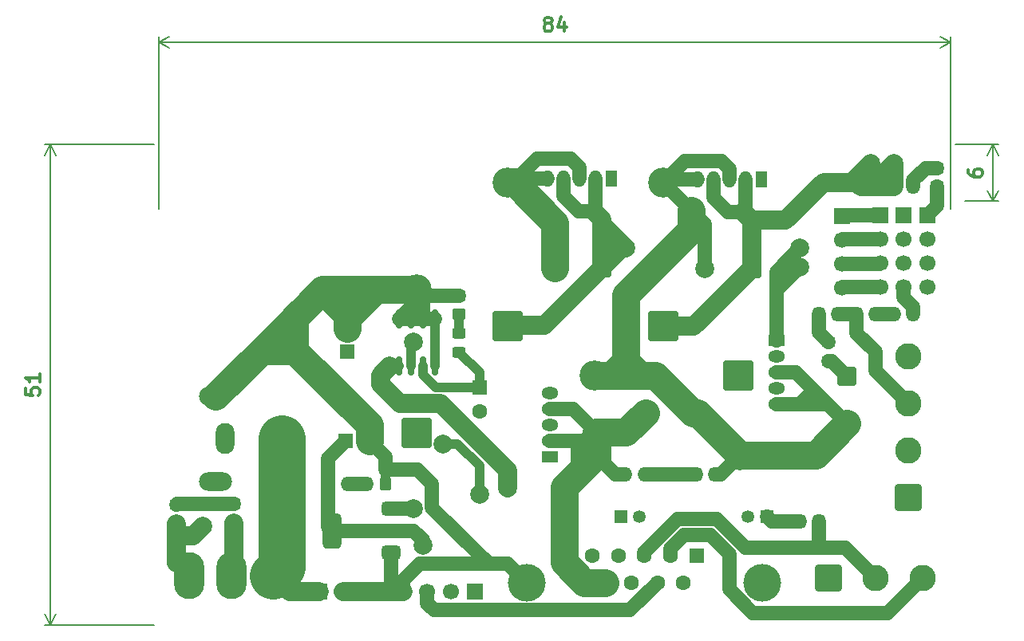
<source format=gbr>
%TF.GenerationSoftware,KiCad,Pcbnew,9.0.2*%
%TF.CreationDate,2025-06-26T14:56:16+08:00*%
%TF.ProjectId,deehli_board,64656568-6c69-45f6-926f-6172642e6b69,rev?*%
%TF.SameCoordinates,Original*%
%TF.FileFunction,Copper,L1,Top*%
%TF.FilePolarity,Positive*%
%FSLAX46Y46*%
G04 Gerber Fmt 4.6, Leading zero omitted, Abs format (unit mm)*
G04 Created by KiCad (PCBNEW 9.0.2) date 2025-06-26 14:56:16*
%MOMM*%
%LPD*%
G01*
G04 APERTURE LIST*
G04 Aperture macros list*
%AMRoundRect*
0 Rectangle with rounded corners*
0 $1 Rounding radius*
0 $2 $3 $4 $5 $6 $7 $8 $9 X,Y pos of 4 corners*
0 Add a 4 corners polygon primitive as box body*
4,1,4,$2,$3,$4,$5,$6,$7,$8,$9,$2,$3,0*
0 Add four circle primitives for the rounded corners*
1,1,$1+$1,$2,$3*
1,1,$1+$1,$4,$5*
1,1,$1+$1,$6,$7*
1,1,$1+$1,$8,$9*
0 Add four rect primitives between the rounded corners*
20,1,$1+$1,$2,$3,$4,$5,0*
20,1,$1+$1,$4,$5,$6,$7,0*
20,1,$1+$1,$6,$7,$8,$9,0*
20,1,$1+$1,$8,$9,$2,$3,0*%
G04 Aperture macros list end*
%ADD10C,0.300000*%
%TA.AperFunction,NonConductor*%
%ADD11C,0.300000*%
%TD*%
%TA.AperFunction,NonConductor*%
%ADD12C,0.200000*%
%TD*%
%TA.AperFunction,SMDPad,CuDef*%
%ADD13RoundRect,0.250000X0.325000X0.450000X-0.325000X0.450000X-0.325000X-0.450000X0.325000X-0.450000X0*%
%TD*%
%TA.AperFunction,ComponentPad*%
%ADD14RoundRect,0.250001X1.149999X-1.149999X1.149999X1.149999X-1.149999X1.149999X-1.149999X-1.149999X0*%
%TD*%
%TA.AperFunction,ComponentPad*%
%ADD15C,2.800000*%
%TD*%
%TA.AperFunction,ComponentPad*%
%ADD16R,1.700000X1.700000*%
%TD*%
%TA.AperFunction,ComponentPad*%
%ADD17C,1.700000*%
%TD*%
%TA.AperFunction,ComponentPad*%
%ADD18RoundRect,0.250000X-0.750000X-0.750000X0.750000X-0.750000X0.750000X0.750000X-0.750000X0.750000X0*%
%TD*%
%TA.AperFunction,ComponentPad*%
%ADD19C,2.000000*%
%TD*%
%TA.AperFunction,ComponentPad*%
%ADD20RoundRect,0.250001X-1.149999X-1.149999X1.149999X-1.149999X1.149999X1.149999X-1.149999X1.149999X0*%
%TD*%
%TA.AperFunction,ComponentPad*%
%ADD21RoundRect,0.250000X-0.550000X0.550000X-0.550000X-0.550000X0.550000X-0.550000X0.550000X0.550000X0*%
%TD*%
%TA.AperFunction,ComponentPad*%
%ADD22C,1.600000*%
%TD*%
%TA.AperFunction,ComponentPad*%
%ADD23RoundRect,0.250000X0.750000X0.750000X-0.750000X0.750000X-0.750000X-0.750000X0.750000X-0.750000X0*%
%TD*%
%TA.AperFunction,SMDPad,CuDef*%
%ADD24RoundRect,0.250000X-0.350000X-0.450000X0.350000X-0.450000X0.350000X0.450000X-0.350000X0.450000X0*%
%TD*%
%TA.AperFunction,ComponentPad*%
%ADD25RoundRect,0.250000X0.550000X-0.550000X0.550000X0.550000X-0.550000X0.550000X-0.550000X-0.550000X0*%
%TD*%
%TA.AperFunction,SMDPad,CuDef*%
%ADD26RoundRect,0.250000X-0.450000X0.350000X-0.450000X-0.350000X0.450000X-0.350000X0.450000X0.350000X0*%
%TD*%
%TA.AperFunction,SMDPad,CuDef*%
%ADD27RoundRect,0.375000X0.625000X0.375000X-0.625000X0.375000X-0.625000X-0.375000X0.625000X-0.375000X0*%
%TD*%
%TA.AperFunction,SMDPad,CuDef*%
%ADD28RoundRect,0.500000X0.500000X1.400000X-0.500000X1.400000X-0.500000X-1.400000X0.500000X-1.400000X0*%
%TD*%
%TA.AperFunction,SMDPad,CuDef*%
%ADD29RoundRect,0.250000X0.450000X-0.325000X0.450000X0.325000X-0.450000X0.325000X-0.450000X-0.325000X0*%
%TD*%
%TA.AperFunction,ComponentPad*%
%ADD30R,1.350000X1.350000*%
%TD*%
%TA.AperFunction,ComponentPad*%
%ADD31C,1.350000*%
%TD*%
%TA.AperFunction,ComponentPad*%
%ADD32C,4.000000*%
%TD*%
%TA.AperFunction,ComponentPad*%
%ADD33R,1.600000X1.600000*%
%TD*%
%TA.AperFunction,ComponentPad*%
%ADD34R,1.275000X1.800000*%
%TD*%
%TA.AperFunction,ComponentPad*%
%ADD35O,1.275000X1.800000*%
%TD*%
%TA.AperFunction,SMDPad,CuDef*%
%ADD36RoundRect,0.150000X0.150000X-0.825000X0.150000X0.825000X-0.150000X0.825000X-0.150000X-0.825000X0*%
%TD*%
%TA.AperFunction,ComponentPad*%
%ADD37R,1.800000X1.275000*%
%TD*%
%TA.AperFunction,ComponentPad*%
%ADD38O,1.800000X1.275000*%
%TD*%
%TA.AperFunction,SMDPad,CuDef*%
%ADD39RoundRect,0.250000X0.350000X0.450000X-0.350000X0.450000X-0.350000X-0.450000X0.350000X-0.450000X0*%
%TD*%
%TA.AperFunction,SMDPad,CuDef*%
%ADD40RoundRect,0.250000X-0.450000X0.325000X-0.450000X-0.325000X0.450000X-0.325000X0.450000X0.325000X0*%
%TD*%
%TA.AperFunction,SMDPad,CuDef*%
%ADD41RoundRect,0.250000X-0.325000X-0.450000X0.325000X-0.450000X0.325000X0.450000X-0.325000X0.450000X0*%
%TD*%
%TA.AperFunction,ComponentPad*%
%ADD42RoundRect,0.250000X-0.550000X-0.550000X0.550000X-0.550000X0.550000X0.550000X-0.550000X0.550000X0*%
%TD*%
%TA.AperFunction,SMDPad,CuDef*%
%ADD43RoundRect,0.250000X0.450000X-0.350000X0.450000X0.350000X-0.450000X0.350000X-0.450000X-0.350000X0*%
%TD*%
%TA.AperFunction,ComponentPad*%
%ADD44O,3.200000X5.000000*%
%TD*%
%TA.AperFunction,ComponentPad*%
%ADD45R,2.000000X4.000000*%
%TD*%
%TA.AperFunction,ComponentPad*%
%ADD46O,2.000000X3.300000*%
%TD*%
%TA.AperFunction,ComponentPad*%
%ADD47O,3.500000X2.000000*%
%TD*%
%TA.AperFunction,ComponentPad*%
%ADD48RoundRect,0.250000X-0.750000X0.750000X-0.750000X-0.750000X0.750000X-0.750000X0.750000X0.750000X0*%
%TD*%
%TA.AperFunction,ComponentPad*%
%ADD49RoundRect,0.250000X1.350000X-1.350000X1.350000X1.350000X-1.350000X1.350000X-1.350000X-1.350000X0*%
%TD*%
%TA.AperFunction,ComponentPad*%
%ADD50C,3.200000*%
%TD*%
%TA.AperFunction,ComponentPad*%
%ADD51RoundRect,0.250000X1.350000X1.350000X-1.350000X1.350000X-1.350000X-1.350000X1.350000X-1.350000X0*%
%TD*%
%TA.AperFunction,ComponentPad*%
%ADD52RoundRect,0.250000X-1.350000X-1.350000X1.350000X-1.350000X1.350000X1.350000X-1.350000X1.350000X0*%
%TD*%
%TA.AperFunction,ViaPad*%
%ADD53C,2.000000*%
%TD*%
%TA.AperFunction,Conductor*%
%ADD54C,1.500000*%
%TD*%
%TA.AperFunction,Conductor*%
%ADD55C,3.000000*%
%TD*%
%TA.AperFunction,Conductor*%
%ADD56C,2.000000*%
%TD*%
%TA.AperFunction,Conductor*%
%ADD57C,1.000000*%
%TD*%
%TA.AperFunction,Conductor*%
%ADD58C,5.000000*%
%TD*%
G04 APERTURE END LIST*
D10*
D11*
X69142857Y-23521185D02*
X69000000Y-23449757D01*
X69000000Y-23449757D02*
X68928571Y-23378328D01*
X68928571Y-23378328D02*
X68857143Y-23235471D01*
X68857143Y-23235471D02*
X68857143Y-23164042D01*
X68857143Y-23164042D02*
X68928571Y-23021185D01*
X68928571Y-23021185D02*
X69000000Y-22949757D01*
X69000000Y-22949757D02*
X69142857Y-22878328D01*
X69142857Y-22878328D02*
X69428571Y-22878328D01*
X69428571Y-22878328D02*
X69571429Y-22949757D01*
X69571429Y-22949757D02*
X69642857Y-23021185D01*
X69642857Y-23021185D02*
X69714286Y-23164042D01*
X69714286Y-23164042D02*
X69714286Y-23235471D01*
X69714286Y-23235471D02*
X69642857Y-23378328D01*
X69642857Y-23378328D02*
X69571429Y-23449757D01*
X69571429Y-23449757D02*
X69428571Y-23521185D01*
X69428571Y-23521185D02*
X69142857Y-23521185D01*
X69142857Y-23521185D02*
X69000000Y-23592614D01*
X69000000Y-23592614D02*
X68928571Y-23664042D01*
X68928571Y-23664042D02*
X68857143Y-23806900D01*
X68857143Y-23806900D02*
X68857143Y-24092614D01*
X68857143Y-24092614D02*
X68928571Y-24235471D01*
X68928571Y-24235471D02*
X69000000Y-24306900D01*
X69000000Y-24306900D02*
X69142857Y-24378328D01*
X69142857Y-24378328D02*
X69428571Y-24378328D01*
X69428571Y-24378328D02*
X69571429Y-24306900D01*
X69571429Y-24306900D02*
X69642857Y-24235471D01*
X69642857Y-24235471D02*
X69714286Y-24092614D01*
X69714286Y-24092614D02*
X69714286Y-23806900D01*
X69714286Y-23806900D02*
X69642857Y-23664042D01*
X69642857Y-23664042D02*
X69571429Y-23592614D01*
X69571429Y-23592614D02*
X69428571Y-23521185D01*
X71000000Y-23378328D02*
X71000000Y-24378328D01*
X70642857Y-22806900D02*
X70285714Y-23878328D01*
X70285714Y-23878328D02*
X71214285Y-23878328D01*
D12*
X112000000Y-43190000D02*
X112000000Y-24913580D01*
X28000000Y-24913580D02*
X28000000Y-43190000D01*
X112000000Y-25500000D02*
X28000000Y-25500000D01*
X112000000Y-25500000D02*
X110873496Y-26086421D01*
X112000000Y-25500000D02*
X110873496Y-24913579D01*
X28000000Y-25500000D02*
X29126504Y-24913579D01*
X28000000Y-25500000D02*
X29126504Y-26086421D01*
D10*
D11*
X113878328Y-39105307D02*
X113878328Y-39391021D01*
X113878328Y-39391021D02*
X113949757Y-39533878D01*
X113949757Y-39533878D02*
X114021185Y-39605307D01*
X114021185Y-39605307D02*
X114235471Y-39748164D01*
X114235471Y-39748164D02*
X114521185Y-39819592D01*
X114521185Y-39819592D02*
X115092614Y-39819592D01*
X115092614Y-39819592D02*
X115235471Y-39748164D01*
X115235471Y-39748164D02*
X115306900Y-39676735D01*
X115306900Y-39676735D02*
X115378328Y-39533878D01*
X115378328Y-39533878D02*
X115378328Y-39248164D01*
X115378328Y-39248164D02*
X115306900Y-39105307D01*
X115306900Y-39105307D02*
X115235471Y-39033878D01*
X115235471Y-39033878D02*
X115092614Y-38962449D01*
X115092614Y-38962449D02*
X114735471Y-38962449D01*
X114735471Y-38962449D02*
X114592614Y-39033878D01*
X114592614Y-39033878D02*
X114521185Y-39105307D01*
X114521185Y-39105307D02*
X114449757Y-39248164D01*
X114449757Y-39248164D02*
X114449757Y-39533878D01*
X114449757Y-39533878D02*
X114521185Y-39676735D01*
X114521185Y-39676735D02*
X114592614Y-39748164D01*
X114592614Y-39748164D02*
X114735471Y-39819592D01*
D12*
X112500000Y-36391022D02*
X117086420Y-36391022D01*
X117086420Y-42391022D02*
X113500000Y-42391022D01*
X116500000Y-36391022D02*
X116500000Y-42391022D01*
X116500000Y-36391022D02*
X117086421Y-37517526D01*
X116500000Y-36391022D02*
X115913579Y-37517526D01*
X116500000Y-42391022D02*
X115913579Y-41264518D01*
X116500000Y-42391022D02*
X117086421Y-41264518D01*
D10*
D11*
X13878328Y-62248164D02*
X13878328Y-62962450D01*
X13878328Y-62962450D02*
X14592614Y-63033878D01*
X14592614Y-63033878D02*
X14521185Y-62962450D01*
X14521185Y-62962450D02*
X14449757Y-62819593D01*
X14449757Y-62819593D02*
X14449757Y-62462450D01*
X14449757Y-62462450D02*
X14521185Y-62319593D01*
X14521185Y-62319593D02*
X14592614Y-62248164D01*
X14592614Y-62248164D02*
X14735471Y-62176735D01*
X14735471Y-62176735D02*
X15092614Y-62176735D01*
X15092614Y-62176735D02*
X15235471Y-62248164D01*
X15235471Y-62248164D02*
X15306900Y-62319593D01*
X15306900Y-62319593D02*
X15378328Y-62462450D01*
X15378328Y-62462450D02*
X15378328Y-62819593D01*
X15378328Y-62819593D02*
X15306900Y-62962450D01*
X15306900Y-62962450D02*
X15235471Y-63033878D01*
X15378328Y-60748164D02*
X15378328Y-61605307D01*
X15378328Y-61176736D02*
X13878328Y-61176736D01*
X13878328Y-61176736D02*
X14092614Y-61319593D01*
X14092614Y-61319593D02*
X14235471Y-61462450D01*
X14235471Y-61462450D02*
X14306900Y-61605307D01*
D12*
X27500000Y-36391022D02*
X15913580Y-36391022D01*
X15913580Y-87391022D02*
X27500000Y-87391022D01*
X16500000Y-36391022D02*
X16500000Y-87391022D01*
X16500000Y-36391022D02*
X17086421Y-37517526D01*
X16500000Y-36391022D02*
X15913579Y-37517526D01*
X16500000Y-87391022D02*
X15913579Y-86264518D01*
X16500000Y-87391022D02*
X17086421Y-86264518D01*
D13*
%TO.P,D7,1,K*%
%TO.N,Net-(D7-K)*%
X79525000Y-71391022D03*
%TO.P,D7,2,A*%
%TO.N,15V_ZDT*%
X77475000Y-71391022D03*
%TD*%
D14*
%TO.P,J6,1,Pin_1*%
%TO.N,CAN_L*%
X107500000Y-73891022D03*
D15*
%TO.P,J6,2,Pin_2*%
%TO.N,CAN_H*%
X107500000Y-68891022D03*
%TO.P,J6,3,Pin_3*%
%TO.N,GND*%
X107500000Y-63891022D03*
%TO.P,J6,4,Pin_4*%
%TO.N,15V_Other*%
X107500000Y-58891022D03*
%TD*%
D16*
%TO.P,PWR_IN2,1,Pin_1*%
%TO.N,Net-(PWR_IN2-Pin_1)*%
X45021584Y-83891022D03*
D17*
%TO.P,PWR_IN2,2,Pin_2*%
%TO.N,GND*%
X47561584Y-83891022D03*
%TD*%
D18*
%TO.P,C6,1*%
%TO.N,15V_ZDT*%
X79632323Y-64891022D03*
D19*
%TO.P,C6,2*%
%TO.N,GND*%
X84632323Y-64891022D03*
%TD*%
D20*
%TO.P,J5,1,Pin_1*%
%TO.N,GND*%
X99000000Y-82391022D03*
D15*
%TO.P,J5,2,Pin_2*%
%TO.N,CAN_H*%
X104000000Y-82391022D03*
%TO.P,J5,3,Pin_3*%
%TO.N,CAN_L*%
X109000000Y-82391022D03*
%TD*%
D21*
%TO.P,C5,1*%
%TO.N,5V_Other*%
X62000000Y-62208643D03*
D22*
%TO.P,C5,2*%
%TO.N,Net-(D12-K)*%
X62000000Y-64708643D03*
%TD*%
D23*
%TO.P,C3,1*%
%TO.N,5V_Servo12*%
X90867677Y-49581022D03*
D19*
%TO.P,C3,2*%
%TO.N,GND*%
X85867677Y-49581022D03*
%TD*%
D13*
%TO.P,D3,1,K*%
%TO.N,Net-(D3-K)*%
X108025000Y-40891021D03*
%TO.P,D3,2,A*%
%TO.N,5V_Servo12*%
X105975000Y-40891021D03*
%TD*%
D16*
%TO.P,J3,1,Pin_1*%
%TO.N,15V_Other*%
X61540000Y-83891022D03*
D17*
%TO.P,J3,2,Pin_2*%
%TO.N,5V_Other*%
X59000000Y-83891022D03*
%TO.P,J3,3,Pin_3*%
%TO.N,3.3V_Other*%
X56460000Y-83891022D03*
%TO.P,J3,4,Pin_4*%
%TO.N,GND*%
X53920000Y-83891022D03*
%TD*%
D24*
%TO.P,R8,1*%
%TO.N,Net-(JP2-A)*%
X96000000Y-76391022D03*
%TO.P,R8,2*%
%TO.N,CAN_H*%
X98000000Y-76391022D03*
%TD*%
D25*
%TO.P,C1,1*%
%TO.N,Net-(SW1A-B)*%
X48000000Y-58391022D03*
D22*
%TO.P,C1,2*%
%TO.N,GND*%
X48000000Y-55891022D03*
%TD*%
D26*
%TO.P,R5,1*%
%TO.N,Net-(D5-A)*%
X35912301Y-74577467D03*
%TO.P,R5,2*%
%TO.N,Net-(SW1A-B)*%
X35912301Y-76577467D03*
%TD*%
D27*
%TO.P,U5,1,GND*%
%TO.N,GND*%
X52650000Y-79691022D03*
%TO.P,U5,2,VO*%
%TO.N,3.3V_Other*%
X52650000Y-77391022D03*
D28*
X46350000Y-77391022D03*
D27*
%TO.P,U5,3,VI*%
%TO.N,5V_Other*%
X52650000Y-75091022D03*
%TD*%
D29*
%TO.P,D5,1,K*%
%TO.N,GND*%
X29853672Y-76679835D03*
%TO.P,D5,2,A*%
%TO.N,Net-(D5-A)*%
X29853672Y-74629835D03*
%TD*%
D30*
%TO.P,JP1,1,A*%
%TO.N,unconnected-(JP1-A-Pad1)*%
X77000000Y-75891022D03*
D31*
%TO.P,JP1,2,B*%
%TO.N,unconnected-(JP1-B-Pad2)*%
X79000000Y-75891022D03*
%TD*%
D32*
%TO.P,J4,0,PAD*%
%TO.N,GND*%
X67000000Y-82891022D03*
X92000000Y-82891022D03*
D33*
%TO.P,J4,1,1*%
%TO.N,unconnected-(J4-Pad1)*%
X85040000Y-80051022D03*
D22*
%TO.P,J4,2,2*%
%TO.N,CAN_L*%
X82270000Y-80051022D03*
%TO.P,J4,3,3*%
%TO.N,CAN_H*%
X79500000Y-80051022D03*
%TO.P,J4,4,4*%
%TO.N,unconnected-(J4-Pad4)*%
X76730000Y-80051022D03*
%TO.P,J4,5,5*%
%TO.N,unconnected-(J4-Pad5)*%
X73960000Y-80051022D03*
%TO.P,J4,6,6*%
%TO.N,GND*%
X83655000Y-82891022D03*
%TO.P,J4,7,7*%
%TO.N,3.3V_Other*%
X80885000Y-82891022D03*
%TO.P,J4,8,8*%
%TO.N,5V_Other*%
X78115000Y-82891022D03*
%TO.P,J4,9,9*%
%TO.N,15V_ZDT*%
X75345000Y-82891022D03*
%TD*%
D16*
%TO.P,J2,1,Pin_1*%
%TO.N,Net-(J1-Pin_1)*%
X100500000Y-43951397D03*
D17*
%TO.P,J2,2,Pin_2*%
%TO.N,Net-(J1-Pin_2)*%
X100500000Y-46491397D03*
%TO.P,J2,3,Pin_3*%
%TO.N,Net-(J1-Pin_3)*%
X100500000Y-49031397D03*
%TO.P,J2,4,Pin_4*%
%TO.N,Net-(J1-Pin_4)*%
X100500000Y-51571397D03*
%TD*%
D34*
%TO.P,U3,1,VIN*%
%TO.N,Net-(SW1A-B)*%
X91900000Y-40131022D03*
D35*
%TO.P,U3,2,OUT*%
%TO.N,5V_Servo12*%
X90200000Y-40131022D03*
%TO.P,U3,3,GND*%
%TO.N,GND*%
X88500000Y-40131022D03*
%TO.P,U3,4,FB*%
%TO.N,5V_Servo12*%
X86800000Y-40131022D03*
%TO.P,U3,5,~{ON}/OFF*%
%TO.N,GND*%
X85100000Y-40131022D03*
%TD*%
D24*
%TO.P,R3,1*%
%TO.N,GND*%
X102000000Y-54391022D03*
%TO.P,R3,2*%
%TO.N,Net-(D2-K)*%
X104000000Y-54391022D03*
%TD*%
D36*
%TO.P,U1,1,VCC*%
%TO.N,15V_Other*%
X53460000Y-59891022D03*
%TO.P,U1,2,SW*%
%TO.N,Net-(D12-K)*%
X54730000Y-59891022D03*
%TO.P,U1,3,FB*%
%TO.N,5V_Other*%
X56000000Y-59891022D03*
%TO.P,U1,4,~{EN}*%
%TO.N,GND*%
X57270000Y-59891022D03*
%TO.P,U1,5,VSS*%
X57270000Y-54941022D03*
%TO.P,U1,6,VSS*%
X56000000Y-54941022D03*
%TO.P,U1,7,VSS*%
X54730000Y-54941022D03*
%TO.P,U1,8,VSS*%
X53460000Y-54941022D03*
%TD*%
D37*
%TO.P,U6,1,VIN*%
%TO.N,Net-(SW1A-B)*%
X69500000Y-69591022D03*
D38*
%TO.P,U6,2,OUT*%
%TO.N,15V_ZDT*%
X69500000Y-67891022D03*
%TO.P,U6,3,GND*%
%TO.N,GND*%
X69500000Y-66191022D03*
%TO.P,U6,4,FB*%
%TO.N,15V_ZDT*%
X69500000Y-64491022D03*
%TO.P,U6,5,~{ON}/OFF*%
%TO.N,GND*%
X69500000Y-62791022D03*
%TD*%
D39*
%TO.P,R6,1*%
%TO.N,GND*%
X52000000Y-72391022D03*
%TO.P,R6,2*%
%TO.N,Net-(D6-K)*%
X50000000Y-72391022D03*
%TD*%
D23*
%TO.P,C2,1*%
%TO.N,5V_Servo34*%
X75000000Y-49457183D03*
D19*
%TO.P,C2,2*%
%TO.N,GND*%
X70000000Y-49457183D03*
%TD*%
D39*
%TO.P,R7,1*%
%TO.N,GND*%
X87000000Y-71391022D03*
%TO.P,R7,2*%
%TO.N,Net-(D7-K)*%
X85000000Y-71391022D03*
%TD*%
D26*
%TO.P,R1,1*%
%TO.N,GND*%
X59865000Y-52416022D03*
%TO.P,R1,2*%
%TO.N,Net-(D1-K)*%
X59865000Y-54416022D03*
%TD*%
D40*
%TO.P,D1,1,K*%
%TO.N,Net-(D1-K)*%
X59865000Y-56416022D03*
%TO.P,D1,2,A*%
%TO.N,5V_Other*%
X59865000Y-58466022D03*
%TD*%
D30*
%TO.P,JP2,1,A*%
%TO.N,Net-(JP2-A)*%
X92500000Y-75891022D03*
D31*
%TO.P,JP2,2,B*%
%TO.N,CAN_L*%
X90500000Y-75891022D03*
%TD*%
D41*
%TO.P,D2,1,K*%
%TO.N,Net-(D2-K)*%
X105975000Y-54391022D03*
%TO.P,D2,2,A*%
%TO.N,5V_Servo34*%
X108025000Y-54391022D03*
%TD*%
D13*
%TO.P,D6,1,K*%
%TO.N,Net-(D6-K)*%
X48025000Y-72391022D03*
%TO.P,D6,2,A*%
%TO.N,3.3V_Other*%
X45975000Y-72391022D03*
%TD*%
D42*
%TO.P,C4,1*%
%TO.N,3.3V_Other*%
X47817621Y-67891022D03*
D22*
%TO.P,C4,2*%
%TO.N,GND*%
X50317621Y-67891022D03*
%TD*%
D43*
%TO.P,R2,1*%
%TO.N,GND*%
X110500000Y-40891022D03*
%TO.P,R2,2*%
%TO.N,Net-(D3-K)*%
X110500000Y-38891022D03*
%TD*%
D40*
%TO.P,D4,1,K*%
%TO.N,Net-(D4-K)*%
X99000000Y-57341022D03*
%TO.P,D4,2,A*%
%TO.N,15V_Other*%
X99000000Y-59391022D03*
%TD*%
D44*
%TO.P,SW1,1,A*%
%TO.N,GND*%
X31203344Y-82146524D03*
%TO.P,SW1,2,B*%
%TO.N,Net-(SW1A-B)*%
X35653344Y-82146524D03*
%TO.P,SW1,3,C*%
%TO.N,Net-(PWR_IN2-Pin_1)*%
X40103344Y-82146524D03*
%TD*%
D37*
%TO.P,U4,1,VIN*%
%TO.N,Net-(SW1A-B)*%
X93500000Y-57191022D03*
D38*
%TO.P,U4,2,OUT*%
%TO.N,15V_Other*%
X93500000Y-58891022D03*
%TO.P,U4,3,GND*%
%TO.N,GND*%
X93500000Y-60591022D03*
%TO.P,U4,4,FB*%
%TO.N,15V_Other*%
X93500000Y-62291022D03*
%TO.P,U4,5,~{ON}/OFF*%
%TO.N,GND*%
X93500000Y-63991022D03*
%TD*%
D45*
%TO.P,PWR_IN1,1*%
%TO.N,Net-(PWR_IN2-Pin_1)*%
X41000000Y-67641022D03*
D46*
%TO.P,PWR_IN1,2*%
%TO.N,GND*%
X35000000Y-67641022D03*
D47*
%TO.P,PWR_IN1,MP,MountPin*%
X34000000Y-63141022D03*
X34000000Y-72141022D03*
%TD*%
D39*
%TO.P,R4,1*%
%TO.N,GND*%
X100000000Y-54391022D03*
%TO.P,R4,2*%
%TO.N,Net-(D4-K)*%
X98000000Y-54391022D03*
%TD*%
D34*
%TO.P,U2,1,VIN*%
%TO.N,Net-(SW1A-B)*%
X76032323Y-40007183D03*
D35*
%TO.P,U2,2,OUT*%
%TO.N,5V_Servo34*%
X74332323Y-40007183D03*
%TO.P,U2,3,GND*%
%TO.N,GND*%
X72632323Y-40007183D03*
%TO.P,U2,4,FB*%
%TO.N,5V_Servo34*%
X70932323Y-40007183D03*
%TO.P,U2,5,~{ON}/OFF*%
%TO.N,GND*%
X69232323Y-40007183D03*
%TD*%
D16*
%TO.P,J1,1,Pin_1*%
%TO.N,Net-(J1-Pin_1)*%
X104500000Y-43891022D03*
D17*
%TO.P,J1,2,Pin_2*%
%TO.N,Net-(J1-Pin_2)*%
X104500000Y-46431022D03*
%TO.P,J1,3,Pin_3*%
%TO.N,Net-(J1-Pin_3)*%
X104500000Y-48971022D03*
%TO.P,J1,4,Pin_4*%
%TO.N,Net-(J1-Pin_4)*%
X104500000Y-51511022D03*
D16*
%TO.P,J1,5,Pin_5*%
%TO.N,5V_Servo12*%
X107000000Y-43891022D03*
D17*
%TO.P,J1,6,Pin_6*%
X107000000Y-46431022D03*
%TO.P,J1,7,Pin_7*%
%TO.N,5V_Servo34*%
X107000000Y-48971022D03*
%TO.P,J1,8,Pin_8*%
X107000000Y-51511022D03*
D16*
%TO.P,J1,9,Pin_9*%
%TO.N,GND*%
X109500000Y-43891022D03*
D17*
%TO.P,J1,10,Pin_10*%
X109500000Y-46431022D03*
%TO.P,J1,11,Pin_11*%
X109500000Y-48971022D03*
%TO.P,J1,12,Pin_12*%
X109500000Y-51511022D03*
%TD*%
D48*
%TO.P,C7,1*%
%TO.N,15V_Other*%
X101000000Y-61023345D03*
D19*
%TO.P,C7,2*%
%TO.N,GND*%
X101000000Y-66023345D03*
%TD*%
D49*
%TO.P,D9,1,K*%
%TO.N,5V_Servo34*%
X65000000Y-55701022D03*
D50*
%TO.P,D9,2,A*%
%TO.N,GND*%
X65000000Y-40461022D03*
%TD*%
D51*
%TO.P,D8,1,K*%
%TO.N,15V_Other*%
X89500000Y-60891022D03*
D50*
%TO.P,D8,2,A*%
%TO.N,GND*%
X74260000Y-60891022D03*
%TD*%
D49*
%TO.P,D10,1,K*%
%TO.N,5V_Servo12*%
X81500000Y-55701022D03*
D50*
%TO.P,D10,2,A*%
%TO.N,GND*%
X81500000Y-40461022D03*
%TD*%
D52*
%TO.P,D11,1,K*%
%TO.N,15V_ZDT*%
X74380000Y-69391022D03*
D50*
%TO.P,D11,2,A*%
%TO.N,GND*%
X89620000Y-69391022D03*
%TD*%
D49*
%TO.P,D12,1,K*%
%TO.N,Net-(D12-K)*%
X55365000Y-67036022D03*
D50*
%TO.P,D12,2,A*%
%TO.N,GND*%
X55365000Y-51796022D03*
%TD*%
D53*
%TO.N,GND*%
X32625611Y-76956568D03*
%TO.N,5V_Other*%
X55000000Y-75091022D03*
X58165000Y-68191022D03*
X62000000Y-73500000D03*
%TO.N,15V_Other*%
X65000000Y-72891022D03*
%TO.N,3.3V_Other*%
X56005614Y-78941022D03*
%TO.N,Net-(SW1A-B)*%
X96000000Y-47391022D03*
X96000000Y-49391022D03*
%TO.N,5V_Servo12*%
X103500000Y-38391022D03*
X105975000Y-38416022D03*
%TO.N,5V_Servo34*%
X77500000Y-47391022D03*
%TO.N,Net-(D12-K)*%
X55000000Y-57391022D03*
%TD*%
D54*
%TO.N,GND*%
X84465000Y-43426022D02*
X81500000Y-40461022D01*
X110500000Y-42891022D02*
X109500000Y-43891022D01*
X98967677Y-63991022D02*
X101000000Y-66023345D01*
X55365000Y-53036022D02*
X53460000Y-54941022D01*
D55*
X84465000Y-43426022D02*
X84465000Y-45426022D01*
D54*
X52000000Y-70891022D02*
X52000000Y-69573401D01*
X97433838Y-62457184D02*
X101000000Y-66023345D01*
D55*
X42375000Y-58266022D02*
X42375000Y-54766022D01*
D54*
X71665080Y-37860451D02*
X72632323Y-38827694D01*
X83826906Y-38134116D02*
X87682583Y-38134116D01*
X55500000Y-54941022D02*
X57270000Y-54941022D01*
X55717919Y-80891022D02*
X61500000Y-80891022D01*
X65000000Y-80891022D02*
X67000000Y-82891022D01*
X69232323Y-40007183D02*
X65962323Y-40007183D01*
X29853672Y-80796852D02*
X31203344Y-82146524D01*
D55*
X76000000Y-60891022D02*
X74260000Y-60891022D01*
D54*
X96000000Y-63991022D02*
X95500000Y-63991022D01*
X53460000Y-54941022D02*
X55500000Y-54941022D01*
X68109055Y-37860451D02*
X71665080Y-37860451D01*
D55*
X89620000Y-69391022D02*
X97632323Y-69391022D01*
X55365000Y-51796022D02*
X51000000Y-51796022D01*
D54*
X95567677Y-60591022D02*
X97433838Y-62457184D01*
D56*
X29853672Y-77947798D02*
X29853672Y-80796852D01*
D54*
X56951000Y-74951000D02*
X62001000Y-80001000D01*
X65632323Y-40337183D02*
X68109055Y-37860451D01*
D55*
X84632323Y-64891022D02*
X85120000Y-64891022D01*
D54*
X110500000Y-40891022D02*
X110500000Y-42891022D01*
X72632323Y-38827694D02*
X72632323Y-40007183D01*
X102000000Y-56391022D02*
X104000000Y-58391022D01*
X59865000Y-52416022D02*
X55985000Y-52416022D01*
X62001000Y-80001000D02*
X62001000Y-80390022D01*
D55*
X77500000Y-59391022D02*
X76000000Y-60891022D01*
D54*
X56000000Y-54441022D02*
X56000000Y-52431022D01*
X85867677Y-49581022D02*
X85867677Y-44828699D01*
D55*
X48000000Y-55891022D02*
X48000000Y-54451022D01*
D57*
X57270000Y-59891022D02*
X57270000Y-54941022D01*
D54*
X56000000Y-52431022D02*
X55365000Y-51796022D01*
D55*
X43375000Y-53766022D02*
X38875000Y-58266022D01*
D57*
X52000000Y-72391022D02*
X52000000Y-70891022D01*
D55*
X79000000Y-60891022D02*
X80632323Y-60891022D01*
X70000000Y-49457183D02*
X70000000Y-44704860D01*
D54*
X56951000Y-72451000D02*
X56951000Y-74951000D01*
D55*
X48000000Y-54451022D02*
X45345000Y-51796022D01*
D54*
X87620000Y-71391022D02*
X89620000Y-69391022D01*
D56*
X31634381Y-77947798D02*
X32625611Y-76956568D01*
D55*
X50317621Y-66208643D02*
X50317621Y-67891022D01*
D54*
X52000000Y-70891022D02*
X55391022Y-70891022D01*
X97433838Y-62557184D02*
X96000000Y-63991022D01*
X53920000Y-83891022D02*
X53920000Y-82688941D01*
D55*
X38875000Y-58266022D02*
X42375000Y-58266022D01*
D56*
X29853672Y-76679835D02*
X29853672Y-77947798D01*
D55*
X70000000Y-44704860D02*
X65632323Y-40337183D01*
D54*
X52650000Y-79691022D02*
X52650000Y-83741022D01*
X87000000Y-71391022D02*
X87620000Y-71391022D01*
D55*
X38875000Y-58266022D02*
X34000000Y-63141022D01*
D54*
X81500000Y-40461022D02*
X83826906Y-38134116D01*
X61500000Y-80891022D02*
X63000000Y-80891022D01*
D55*
X77500000Y-59391022D02*
X79000000Y-60891022D01*
D54*
X87682583Y-38134116D02*
X88500000Y-38951533D01*
X97433838Y-62457184D02*
X97433838Y-62557184D01*
D55*
X48345000Y-54451022D02*
X51000000Y-51796022D01*
D54*
X52650000Y-83741022D02*
X52500000Y-83891022D01*
X93500000Y-63991022D02*
X95000000Y-63991022D01*
X55500000Y-54941022D02*
X56000000Y-54441022D01*
X104000000Y-60391022D02*
X107500000Y-63891022D01*
X102000000Y-54391022D02*
X102000000Y-56391022D01*
X62001000Y-80390022D02*
X62499000Y-80390022D01*
D56*
X47561584Y-83891022D02*
X52500000Y-83891022D01*
D54*
X62499000Y-80390022D02*
X63000000Y-80891022D01*
D55*
X80632323Y-60891022D02*
X84632323Y-64891022D01*
D54*
X53920000Y-82688941D02*
X55717919Y-80891022D01*
X63000000Y-80891022D02*
X65000000Y-80891022D01*
D56*
X52500000Y-83891022D02*
X53920000Y-83891022D01*
D54*
X102000000Y-54391022D02*
X100000000Y-54391022D01*
D55*
X85120000Y-64891022D02*
X89620000Y-69391022D01*
D54*
X93500000Y-60591022D02*
X95567677Y-60591022D01*
X62001000Y-80390022D02*
X61500000Y-80891022D01*
X96000000Y-63991022D02*
X98967677Y-63991022D01*
X85100000Y-40131022D02*
X81830000Y-40131022D01*
D55*
X45345000Y-51796022D02*
X43375000Y-53766022D01*
X51000000Y-51796022D02*
X45345000Y-51796022D01*
D54*
X95000000Y-63991022D02*
X96000000Y-63991022D01*
D55*
X74260000Y-60891022D02*
X79000000Y-60891022D01*
D54*
X55391022Y-70891022D02*
X56951000Y-72451000D01*
D56*
X29853672Y-77947798D02*
X31634381Y-77947798D01*
D55*
X42375000Y-58266022D02*
X50317621Y-66208643D01*
X84465000Y-45426022D02*
X77500000Y-52391022D01*
X77500000Y-52391022D02*
X77500000Y-59391022D01*
D54*
X104000000Y-58391022D02*
X104000000Y-60391022D01*
D55*
X48000000Y-54451022D02*
X48345000Y-54451022D01*
D54*
X81830000Y-40131022D02*
X81500000Y-40461022D01*
X55365000Y-51796022D02*
X55365000Y-53036022D01*
X52000000Y-69573401D02*
X50317621Y-67891022D01*
X88500000Y-38951533D02*
X88500000Y-40131022D01*
X65962323Y-40007183D02*
X65632323Y-40337183D01*
D55*
X97632323Y-69391022D02*
X101000000Y-66023345D01*
X42375000Y-54766022D02*
X43375000Y-53766022D01*
D54*
X55985000Y-52416022D02*
X55365000Y-51796022D01*
X85867677Y-44828699D02*
X84465000Y-43426022D01*
D57*
%TO.N,Net-(D1-K)*%
X59865000Y-56416022D02*
X59865000Y-54416022D01*
%TO.N,5V_Other*%
X62000000Y-60601022D02*
X59865000Y-58466022D01*
X57404969Y-62208643D02*
X62000000Y-62208643D01*
X56000000Y-60803674D02*
X57404969Y-62208643D01*
X56000000Y-59891022D02*
X56000000Y-60803674D01*
X59691022Y-68191022D02*
X62000000Y-70500000D01*
X62000000Y-70500000D02*
X62000000Y-73500000D01*
D54*
X55000000Y-75091022D02*
X52650000Y-75091022D01*
D57*
X58165000Y-68191022D02*
X59691022Y-68191022D01*
X62000000Y-62208643D02*
X62000000Y-60601022D01*
D54*
%TO.N,Net-(D3-K)*%
X109324999Y-38891022D02*
X110500000Y-38891022D01*
X108025000Y-40191021D02*
X109324999Y-38891022D01*
X108025000Y-40891021D02*
X108025000Y-40191021D01*
D55*
%TO.N,15V_ZDT*%
X74380000Y-66971022D02*
X77552323Y-66971022D01*
X71000000Y-80759497D02*
X73131525Y-82891022D01*
X72690000Y-71081022D02*
X71000000Y-72771022D01*
D54*
X69500000Y-67891022D02*
X72880000Y-67891022D01*
D55*
X73131525Y-82891022D02*
X75345000Y-82891022D01*
X77552323Y-66971022D02*
X79632323Y-64891022D01*
D54*
X76380000Y-71391022D02*
X74380000Y-69391022D01*
X77475000Y-71391022D02*
X76380000Y-71391022D01*
D55*
X71000000Y-72771022D02*
X71000000Y-80759497D01*
D54*
X72880000Y-67891022D02*
X74380000Y-69391022D01*
D55*
X74380000Y-69391022D02*
X74380000Y-66971022D01*
D54*
X69500000Y-64491022D02*
X71900000Y-64491022D01*
D56*
X72690000Y-71081022D02*
X72690000Y-68661022D01*
X72690000Y-71081022D02*
X73440000Y-70331022D01*
D54*
X71900000Y-64491022D02*
X74380000Y-66971022D01*
D56*
X72690000Y-68661022D02*
X74380000Y-66971022D01*
D55*
X74380000Y-69391022D02*
X72690000Y-71081022D01*
D54*
%TO.N,Net-(D2-K)*%
X105975000Y-54391022D02*
X104000000Y-54391022D01*
%TO.N,Net-(D4-K)*%
X98000000Y-54391022D02*
X98000000Y-56341022D01*
X98000000Y-56341022D02*
X99000000Y-57341022D01*
%TO.N,Net-(D5-A)*%
X29853672Y-74629835D02*
X29906040Y-74577467D01*
X29906040Y-74577467D02*
X35912301Y-74577467D01*
%TO.N,Net-(J1-Pin_1)*%
X100560375Y-43891022D02*
X100500000Y-43951397D01*
X104500000Y-43891022D02*
X100560375Y-43891022D01*
%TO.N,CAN_L*%
X82270000Y-80051022D02*
X82270000Y-79319022D01*
X91000000Y-86140022D02*
X105251000Y-86140022D01*
X105251000Y-86140022D02*
X109000000Y-82391022D01*
X82270000Y-79319022D02*
X83698000Y-77891022D01*
X86500000Y-77891022D02*
X88500000Y-79891022D01*
X83698000Y-77891022D02*
X86500000Y-77891022D01*
X88500000Y-83640022D02*
X91000000Y-86140022D01*
X88500000Y-79891022D02*
X88500000Y-83640022D01*
%TO.N,Net-(J1-Pin_4)*%
X100560375Y-51511022D02*
X100500000Y-51571397D01*
X104500000Y-51511022D02*
X100560375Y-51511022D01*
%TO.N,Net-(J1-Pin_2)*%
X100560375Y-46431022D02*
X100500000Y-46491397D01*
X104500000Y-46431022D02*
X100560375Y-46431022D01*
%TO.N,Net-(J1-Pin_3)*%
X104439625Y-49031397D02*
X104500000Y-48971022D01*
X100500000Y-49031397D02*
X104439625Y-49031397D01*
D56*
%TO.N,Net-(PWR_IN2-Pin_1)*%
X45021584Y-83891022D02*
X41847842Y-83891022D01*
D58*
X41000000Y-67641022D02*
X41000000Y-81249868D01*
D56*
X41847842Y-83891022D02*
X40103344Y-82146524D01*
D58*
X41000000Y-81249868D02*
X40103344Y-82146524D01*
D54*
%TO.N,CAN_H*%
X79500000Y-80051022D02*
X79500000Y-79683445D01*
X87204578Y-76190022D02*
X90201000Y-79186445D01*
X100795423Y-79186445D02*
X104000000Y-82391022D01*
X98000000Y-79186445D02*
X100795423Y-79186445D01*
X98000000Y-76391022D02*
X98000000Y-79186445D01*
X79500000Y-79683445D02*
X82993423Y-76190022D01*
X90201000Y-79186445D02*
X98000000Y-79186445D01*
X82993423Y-76190022D02*
X87204578Y-76190022D01*
%TO.N,15V_Other*%
X99000000Y-59391022D02*
X99367677Y-59391022D01*
X99367677Y-59391022D02*
X101000000Y-61023345D01*
D56*
X57909643Y-63909643D02*
X53518621Y-63909643D01*
X65000000Y-72891022D02*
X65000000Y-71000000D01*
X51500000Y-60891022D02*
X52500000Y-59891022D01*
X51500000Y-61891022D02*
X51500000Y-60891022D01*
X65000000Y-71000000D02*
X57909643Y-63909643D01*
D57*
X52500000Y-59891022D02*
X53460000Y-59891022D01*
D56*
X53518621Y-63909643D02*
X51500000Y-61891022D01*
D54*
%TO.N,3.3V_Other*%
X55000000Y-77391022D02*
X52650000Y-77391022D01*
X56460000Y-85093103D02*
X57208919Y-85842022D01*
X56005614Y-78396636D02*
X55000000Y-77391022D01*
X77934000Y-85842022D02*
X80885000Y-82891022D01*
X57208919Y-85842022D02*
X77934000Y-85842022D01*
X45975000Y-72391022D02*
X45975000Y-69733643D01*
X56005614Y-78941022D02*
X56005614Y-78396636D01*
X45975000Y-72391022D02*
X45975000Y-77016022D01*
X56460000Y-83891022D02*
X56460000Y-85093103D01*
X46350000Y-77391022D02*
X52650000Y-77391022D01*
X45975000Y-69733643D02*
X47817621Y-67891022D01*
X45975000Y-77016022D02*
X46350000Y-77391022D01*
%TO.N,Net-(D6-K)*%
X48025000Y-72391022D02*
X50000000Y-72391022D01*
%TO.N,Net-(D7-K)*%
X79525000Y-71391022D02*
X85000000Y-71391022D01*
%TO.N,Net-(JP2-A)*%
X93001000Y-76392022D02*
X96000000Y-76392022D01*
X92500000Y-75891022D02*
X93001000Y-76392022D01*
%TO.N,Net-(SW1A-B)*%
X93500000Y-51891022D02*
X93500000Y-57191022D01*
D56*
X35912301Y-76577467D02*
X35912301Y-81887567D01*
X35912301Y-81887567D02*
X35653344Y-82146524D01*
D54*
X96000000Y-47391022D02*
X93500000Y-49891022D01*
X35653344Y-81805765D02*
X35653344Y-82146524D01*
X96000000Y-49391022D02*
X93500000Y-51891022D01*
X93500000Y-49891022D02*
X93500000Y-51891022D01*
%TO.N,5V_Servo12*%
X86800000Y-42006022D02*
X88375000Y-43581022D01*
D56*
X98500000Y-40391022D02*
X94442323Y-44448699D01*
X94442323Y-44448699D02*
X90867677Y-44448699D01*
D54*
X86800000Y-40131022D02*
X86800000Y-42006022D01*
D56*
X102497999Y-40891021D02*
X105975000Y-40891021D01*
X81500000Y-55701022D02*
X84747677Y-55701022D01*
X84747677Y-55701022D02*
X90867677Y-49581022D01*
X101998000Y-39893022D02*
X103500000Y-38391022D01*
D54*
X90200000Y-43381022D02*
X90000000Y-43581022D01*
D56*
X90000000Y-43581022D02*
X90867677Y-44448699D01*
X101998000Y-40391022D02*
X102497999Y-40891021D01*
X101998000Y-40391022D02*
X101998000Y-39893022D01*
D54*
X90200000Y-40131022D02*
X90200000Y-43381022D01*
D56*
X105975000Y-40891021D02*
X104000001Y-40891021D01*
X104000001Y-40391021D02*
X105975000Y-38416022D01*
X90867677Y-44448699D02*
X90867677Y-49581022D01*
X101998000Y-40391022D02*
X98500000Y-40391022D01*
X104000001Y-40891021D02*
X104000001Y-40391021D01*
X105975000Y-40891021D02*
X105975000Y-38416022D01*
D54*
X88375000Y-43581022D02*
X90000000Y-43581022D01*
D56*
%TO.N,5V_Servo34*%
X74132323Y-43457183D02*
X75000000Y-44324860D01*
D54*
X70932323Y-41882183D02*
X72507323Y-43457183D01*
D56*
X65632323Y-55577183D02*
X68880000Y-55577183D01*
D54*
X74332323Y-43257183D02*
X74132323Y-43457183D01*
D56*
X77066161Y-47391022D02*
X75000000Y-49457183D01*
X75000000Y-44324860D02*
X75000000Y-49457183D01*
D54*
X107000000Y-51511022D02*
X107000000Y-52582072D01*
D56*
X75000000Y-44324860D02*
X75000000Y-44891022D01*
X77500000Y-47391022D02*
X77066161Y-47391022D01*
X75000000Y-44891022D02*
X77500000Y-47391022D01*
X68880000Y-55577183D02*
X75000000Y-49457183D01*
D54*
X70932323Y-40007183D02*
X70932323Y-41882183D01*
X107000000Y-52582072D02*
X108025000Y-53607072D01*
X72507323Y-43457183D02*
X74132323Y-43457183D01*
X74332323Y-40007183D02*
X74332323Y-43257183D01*
X108025000Y-53607072D02*
X108025000Y-54391022D01*
D57*
%TO.N,Net-(D12-K)*%
X54730000Y-57661022D02*
X55000000Y-57391022D01*
X54730000Y-59891022D02*
X54730000Y-57661022D01*
%TD*%
M02*

</source>
